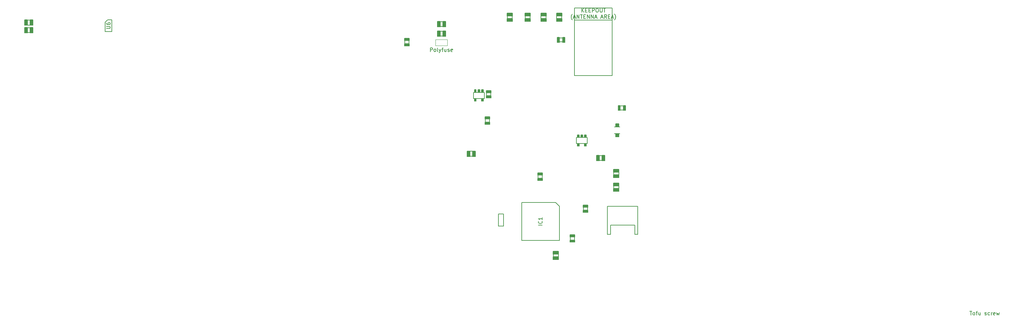
<source format=gbr>
G04 #@! TF.GenerationSoftware,KiCad,Pcbnew,(6.0.0-rc1-dev-1469-g932b9a334)*
G04 #@! TF.CreationDate,2019-08-07T07:36:26-07:00
G04 #@! TF.ProjectId,Laptreus-v2,4c617074-7265-4757-932d-76322e6b6963,rev?*
G04 #@! TF.SameCoordinates,Original*
G04 #@! TF.FileFunction,Other,Fab,Top*
%FSLAX46Y46*%
G04 Gerber Fmt 4.6, Leading zero omitted, Abs format (unit mm)*
G04 Created by KiCad (PCBNEW (6.0.0-rc1-dev-1469-g932b9a334)) date Wednesday, August 07, 2019 at 07:36:26 AM*
%MOMM*%
%LPD*%
G04 APERTURE LIST*
%ADD10C,0.150000*%
%ADD11C,0.100000*%
G04 APERTURE END LIST*
D10*
G04 #@! TO.C,X2*
X250761771Y-124244689D02*
X258761771Y-124244689D01*
X258761771Y-124244689D02*
X258761771Y-131744689D01*
X250761771Y-131744689D02*
X250761771Y-124244689D01*
X257961771Y-129244689D02*
X251561771Y-129244689D01*
X251561771Y-129244689D02*
X251561771Y-131744689D01*
X251561771Y-131744689D02*
X250761771Y-131744689D01*
X258761771Y-131744689D02*
X257961771Y-131744689D01*
X257961771Y-131744689D02*
X257961771Y-129244689D01*
D11*
G04 #@! TO.C,F1*
X208336772Y-80019689D02*
X208336772Y-81619689D01*
X205136772Y-80019689D02*
X208336772Y-80019689D01*
X205136772Y-81619689D02*
X205136772Y-80019689D01*
X208336772Y-81619689D02*
X205136772Y-81619689D01*
D10*
G04 #@! TO.C,IC1*
X237011773Y-123298168D02*
X238011773Y-124298168D01*
X228011773Y-123298168D02*
X237011773Y-123298168D01*
X228011773Y-133298168D02*
X228011773Y-123298168D01*
X238011773Y-133298168D02*
X228011773Y-133298168D01*
X238011773Y-124298168D02*
X238011773Y-133298168D01*
G04 #@! TO.C,R13*
X230268295Y-73666334D02*
X230268295Y-74428334D01*
X228948295Y-73691334D02*
X228948295Y-74428334D01*
G36*
X228884395Y-72955134D02*
G01*
X228884395Y-73705234D01*
X230334495Y-73705234D01*
X230334495Y-72955134D01*
X228884395Y-72955134D01*
G37*
X228884395Y-72955134D02*
X228884395Y-73705234D01*
X230334495Y-73705234D01*
X230334495Y-72955134D01*
X228884395Y-72955134D01*
G36*
X228884395Y-74402934D02*
G01*
X228884395Y-75153034D01*
X230334495Y-75153034D01*
X230334495Y-74402934D01*
X228884395Y-74402934D01*
G37*
X228884395Y-74402934D02*
X228884395Y-75153034D01*
X230334495Y-75153034D01*
X230334495Y-74402934D01*
X228884395Y-74402934D01*
G04 #@! TO.C,R2*
X215017772Y-110979689D02*
X214255772Y-110979689D01*
X214992772Y-109659689D02*
X214255772Y-109659689D01*
G36*
X215728972Y-109595789D02*
G01*
X214978872Y-109595789D01*
X214978872Y-111045889D01*
X215728972Y-111045889D01*
X215728972Y-109595789D01*
G37*
X215728972Y-109595789D02*
X214978872Y-109595789D01*
X214978872Y-111045889D01*
X215728972Y-111045889D01*
X215728972Y-109595789D01*
G36*
X214281172Y-109595789D02*
G01*
X213531072Y-109595789D01*
X213531072Y-111045889D01*
X214281172Y-111045889D01*
X214281172Y-109595789D01*
G37*
X214281172Y-109595789D02*
X213531072Y-109595789D01*
X213531072Y-111045889D01*
X214281172Y-111045889D01*
X214281172Y-109595789D01*
G04 #@! TO.C,R7*
X237298293Y-74453332D02*
X237298293Y-73691332D01*
X238618293Y-74428332D02*
X238618293Y-73691332D01*
G36*
X238682193Y-75164532D02*
G01*
X238682193Y-74414432D01*
X237232093Y-74414432D01*
X237232093Y-75164532D01*
X238682193Y-75164532D01*
G37*
X238682193Y-75164532D02*
X238682193Y-74414432D01*
X237232093Y-74414432D01*
X237232093Y-75164532D01*
X238682193Y-75164532D01*
G36*
X238682193Y-73716732D02*
G01*
X238682193Y-72966632D01*
X237232093Y-72966632D01*
X237232093Y-73716732D01*
X238682193Y-73716732D01*
G37*
X238682193Y-73716732D02*
X238682193Y-72966632D01*
X237232093Y-72966632D01*
X237232093Y-73716732D01*
X238682193Y-73716732D01*
G04 #@! TO.C,R6*
X233148295Y-74428334D02*
X233148295Y-73666334D01*
X234468295Y-74403334D02*
X234468295Y-73666334D01*
G36*
X234532195Y-75139534D02*
G01*
X234532195Y-74389434D01*
X233082095Y-74389434D01*
X233082095Y-75139534D01*
X234532195Y-75139534D01*
G37*
X234532195Y-75139534D02*
X234532195Y-74389434D01*
X233082095Y-74389434D01*
X233082095Y-75139534D01*
X234532195Y-75139534D01*
G36*
X234532195Y-73691734D02*
G01*
X234532195Y-72941634D01*
X233082095Y-72941634D01*
X233082095Y-73691734D01*
X234532195Y-73691734D01*
G37*
X234532195Y-73691734D02*
X234532195Y-72941634D01*
X233082095Y-72941634D01*
X233082095Y-73691734D01*
X234532195Y-73691734D01*
G04 #@! TO.C,R5*
X253741592Y-118799891D02*
X253741592Y-119561891D01*
X252421592Y-118824891D02*
X252421592Y-119561891D01*
G36*
X252357692Y-118088691D02*
G01*
X252357692Y-118838791D01*
X253807792Y-118838791D01*
X253807792Y-118088691D01*
X252357692Y-118088691D01*
G37*
X252357692Y-118088691D02*
X252357692Y-118838791D01*
X253807792Y-118838791D01*
X253807792Y-118088691D01*
X252357692Y-118088691D01*
G36*
X252357692Y-119536491D02*
G01*
X252357692Y-120286591D01*
X253807792Y-120286591D01*
X253807792Y-119536491D01*
X252357692Y-119536491D01*
G37*
X252357692Y-119536491D02*
X252357692Y-120286591D01*
X253807792Y-120286591D01*
X253807792Y-119536491D01*
X252357692Y-119536491D01*
G04 #@! TO.C,R4*
X253741592Y-115149890D02*
X253741592Y-115911890D01*
X252421592Y-115174890D02*
X252421592Y-115911890D01*
G36*
X252357692Y-114438690D02*
G01*
X252357692Y-115188790D01*
X253807792Y-115188790D01*
X253807792Y-114438690D01*
X252357692Y-114438690D01*
G37*
X252357692Y-114438690D02*
X252357692Y-115188790D01*
X253807792Y-115188790D01*
X253807792Y-114438690D01*
X252357692Y-114438690D01*
G36*
X252357692Y-115886490D02*
G01*
X252357692Y-116636590D01*
X253807792Y-116636590D01*
X253807792Y-115886490D01*
X252357692Y-115886490D01*
G37*
X252357692Y-115886490D02*
X252357692Y-116636590D01*
X253807792Y-116636590D01*
X253807792Y-115886490D01*
X252357692Y-115886490D01*
G04 #@! TO.C,R3*
X248530772Y-110784689D02*
X249292772Y-110784689D01*
X248555772Y-112104689D02*
X249292772Y-112104689D01*
G36*
X247819572Y-112168589D02*
G01*
X248569672Y-112168589D01*
X248569672Y-110718489D01*
X247819572Y-110718489D01*
X247819572Y-112168589D01*
G37*
X247819572Y-112168589D02*
X248569672Y-112168589D01*
X248569672Y-110718489D01*
X247819572Y-110718489D01*
X247819572Y-112168589D01*
G36*
X249267372Y-112168589D02*
G01*
X250017472Y-112168589D01*
X250017472Y-110718489D01*
X249267372Y-110718489D01*
X249267372Y-112168589D01*
G37*
X249267372Y-112168589D02*
X250017472Y-112168589D01*
X250017472Y-110718489D01*
X249267372Y-110718489D01*
X249267372Y-112168589D01*
G04 #@! TO.C,R1*
X224201772Y-74450689D02*
X224201772Y-73688689D01*
X225521772Y-74425689D02*
X225521772Y-73688689D01*
G36*
X225585672Y-75161889D02*
G01*
X225585672Y-74411789D01*
X224135572Y-74411789D01*
X224135572Y-75161889D01*
X225585672Y-75161889D01*
G37*
X225585672Y-75161889D02*
X225585672Y-74411789D01*
X224135572Y-74411789D01*
X224135572Y-75161889D01*
X225585672Y-75161889D01*
G36*
X225585672Y-73714089D02*
G01*
X225585672Y-72963989D01*
X224135572Y-72963989D01*
X224135572Y-73714089D01*
X225585672Y-73714089D01*
G37*
X225585672Y-73714089D02*
X225585672Y-72963989D01*
X224135572Y-72963989D01*
X224135572Y-73714089D01*
X225585672Y-73714089D01*
G04 #@! TO.C,R8*
X207142772Y-76554689D02*
X206380772Y-76554689D01*
X207117772Y-75234689D02*
X206380772Y-75234689D01*
G36*
X207853972Y-75170789D02*
G01*
X207103872Y-75170789D01*
X207103872Y-76620889D01*
X207853972Y-76620889D01*
X207853972Y-75170789D01*
G37*
X207853972Y-75170789D02*
X207103872Y-75170789D01*
X207103872Y-76620889D01*
X207853972Y-76620889D01*
X207853972Y-75170789D01*
G36*
X206406172Y-75170789D02*
G01*
X205656072Y-75170789D01*
X205656072Y-76620889D01*
X206406172Y-76620889D01*
X206406172Y-75170789D01*
G37*
X206406172Y-75170789D02*
X205656072Y-75170789D01*
X205656072Y-76620889D01*
X206406172Y-76620889D01*
X206406172Y-75170789D01*
G04 #@! TO.C,R12*
X97030773Y-74834690D02*
X97792773Y-74834690D01*
X97055773Y-76154690D02*
X97792773Y-76154690D01*
G36*
X96319573Y-76218590D02*
G01*
X97069673Y-76218590D01*
X97069673Y-74768490D01*
X96319573Y-74768490D01*
X96319573Y-76218590D01*
G37*
X96319573Y-76218590D02*
X97069673Y-76218590D01*
X97069673Y-74768490D01*
X96319573Y-74768490D01*
X96319573Y-76218590D01*
G36*
X97767373Y-76218590D02*
G01*
X98517473Y-76218590D01*
X98517473Y-74768490D01*
X97767373Y-74768490D01*
X97767373Y-76218590D01*
G37*
X97767373Y-76218590D02*
X98517473Y-76218590D01*
X98517473Y-74768490D01*
X97767373Y-74768490D01*
X97767373Y-76218590D01*
G04 #@! TO.C,R11*
X97792772Y-78154688D02*
X97030772Y-78154688D01*
X97767772Y-76834688D02*
X97030772Y-76834688D01*
G36*
X98503972Y-76770788D02*
G01*
X97753872Y-76770788D01*
X97753872Y-78220888D01*
X98503972Y-78220888D01*
X98503972Y-76770788D01*
G37*
X98503972Y-76770788D02*
X97753872Y-76770788D01*
X97753872Y-78220888D01*
X98503972Y-78220888D01*
X98503972Y-76770788D01*
G36*
X97056172Y-76770788D02*
G01*
X96306072Y-76770788D01*
X96306072Y-78220888D01*
X97056172Y-78220888D01*
X97056172Y-76770788D01*
G37*
X97056172Y-76770788D02*
X96306072Y-76770788D01*
X96306072Y-78220888D01*
X97056172Y-78220888D01*
X97056172Y-76770788D01*
G04 #@! TO.C,R10*
X236416531Y-137693203D02*
X236416531Y-136931203D01*
X237736531Y-137668203D02*
X237736531Y-136931203D01*
G36*
X237800431Y-138404403D02*
G01*
X237800431Y-137654303D01*
X236350331Y-137654303D01*
X236350331Y-138404403D01*
X237800431Y-138404403D01*
G37*
X237800431Y-138404403D02*
X237800431Y-137654303D01*
X236350331Y-137654303D01*
X236350331Y-138404403D01*
X237800431Y-138404403D01*
G36*
X237800431Y-136956603D02*
G01*
X237800431Y-136206503D01*
X236350331Y-136206503D01*
X236350331Y-136956603D01*
X237800431Y-136956603D01*
G37*
X237800431Y-136956603D02*
X237800431Y-136206503D01*
X236350331Y-136206503D01*
X236350331Y-136956603D01*
X237800431Y-136956603D01*
G04 #@! TO.C,R9*
X206380772Y-77759689D02*
X207142772Y-77759689D01*
X206405772Y-79079689D02*
X207142772Y-79079689D01*
G36*
X205669572Y-79143589D02*
G01*
X206419672Y-79143589D01*
X206419672Y-77693489D01*
X205669572Y-77693489D01*
X205669572Y-79143589D01*
G37*
X205669572Y-79143589D02*
X206419672Y-79143589D01*
X206419672Y-77693489D01*
X205669572Y-77693489D01*
X205669572Y-79143589D01*
G36*
X207117372Y-79143589D02*
G01*
X207867472Y-79143589D01*
X207867472Y-77693489D01*
X207117372Y-77693489D01*
X207117372Y-79143589D01*
G37*
X207117372Y-79143589D02*
X207867472Y-79143589D01*
X207867472Y-77693489D01*
X207117372Y-77693489D01*
X207117372Y-79143589D01*
G04 #@! TO.C,C1*
X219796772Y-94009689D02*
X219796772Y-95029689D01*
X218726772Y-94009689D02*
X218726772Y-95029689D01*
G36*
X218611772Y-94926089D02*
G01*
X218611772Y-95519689D01*
X219911772Y-95519689D01*
X219911772Y-94926089D01*
X218611772Y-94926089D01*
G37*
X218611772Y-94926089D02*
X218611772Y-95519689D01*
X219911772Y-95519689D01*
X219911772Y-94926089D01*
X218611772Y-94926089D01*
G36*
X218611772Y-93519689D02*
G01*
X218611772Y-94102889D01*
X219911772Y-94102889D01*
X219911772Y-93519689D01*
X218611772Y-93519689D01*
G37*
X218611772Y-93519689D02*
X218611772Y-94102889D01*
X219911772Y-94102889D01*
X219911772Y-93519689D01*
X218611772Y-93519689D01*
G04 #@! TO.C,C3*
X219471772Y-100984689D02*
X219471772Y-102004689D01*
X218401772Y-100984689D02*
X218401772Y-102004689D01*
G36*
X218286772Y-101901089D02*
G01*
X218286772Y-102494689D01*
X219586772Y-102494689D01*
X219586772Y-101901089D01*
X218286772Y-101901089D01*
G37*
X218286772Y-101901089D02*
X218286772Y-102494689D01*
X219586772Y-102494689D01*
X219586772Y-101901089D01*
X218286772Y-101901089D01*
G36*
X218286772Y-100494689D02*
G01*
X218286772Y-101077889D01*
X219586772Y-101077889D01*
X219586772Y-100494689D01*
X218286772Y-100494689D01*
G37*
X218286772Y-100494689D02*
X218286772Y-101077889D01*
X219586772Y-101077889D01*
X219586772Y-100494689D01*
X218286772Y-100494689D01*
G04 #@! TO.C,C4*
X240901772Y-133304689D02*
X240901772Y-132284689D01*
X241971772Y-133304689D02*
X241971772Y-132284689D01*
G36*
X242086772Y-132388289D02*
G01*
X242086772Y-131794689D01*
X240786772Y-131794689D01*
X240786772Y-132388289D01*
X242086772Y-132388289D01*
G37*
X242086772Y-132388289D02*
X242086772Y-131794689D01*
X240786772Y-131794689D01*
X240786772Y-132388289D01*
X242086772Y-132388289D01*
G36*
X242086772Y-133794689D02*
G01*
X242086772Y-133211489D01*
X240786772Y-133211489D01*
X240786772Y-133794689D01*
X242086772Y-133794689D01*
G37*
X242086772Y-133794689D02*
X242086772Y-133211489D01*
X240786772Y-133211489D01*
X240786772Y-133794689D01*
X242086772Y-133794689D01*
G04 #@! TO.C,C20*
X197076772Y-81179689D02*
X197076772Y-80159689D01*
X198146772Y-81179689D02*
X198146772Y-80159689D01*
G36*
X198261772Y-80263289D02*
G01*
X198261772Y-79669689D01*
X196961772Y-79669689D01*
X196961772Y-80263289D01*
X198261772Y-80263289D01*
G37*
X198261772Y-80263289D02*
X198261772Y-79669689D01*
X196961772Y-79669689D01*
X196961772Y-80263289D01*
X198261772Y-80263289D01*
G36*
X198261772Y-81669689D02*
G01*
X198261772Y-81086489D01*
X196961772Y-81086489D01*
X196961772Y-81669689D01*
X198261772Y-81669689D01*
G37*
X198261772Y-81669689D02*
X198261772Y-81086489D01*
X196961772Y-81086489D01*
X196961772Y-81669689D01*
X198261772Y-81669689D01*
G04 #@! TO.C,C6*
X244401772Y-125413689D02*
X244401772Y-124393689D01*
X245471772Y-125413689D02*
X245471772Y-124393689D01*
G36*
X245586772Y-124497289D02*
G01*
X245586772Y-123903689D01*
X244286772Y-123903689D01*
X244286772Y-124497289D01*
X245586772Y-124497289D01*
G37*
X245586772Y-124497289D02*
X245586772Y-123903689D01*
X244286772Y-123903689D01*
X244286772Y-124497289D01*
X245586772Y-124497289D01*
G36*
X245586772Y-125903689D02*
G01*
X245586772Y-125320489D01*
X244286772Y-125320489D01*
X244286772Y-125903689D01*
X245586772Y-125903689D01*
G37*
X245586772Y-125903689D02*
X245586772Y-125320489D01*
X244286772Y-125320489D01*
X244286772Y-125903689D01*
X245586772Y-125903689D01*
G04 #@! TO.C,C5*
X254051772Y-97609689D02*
X255071772Y-97609689D01*
X254051772Y-98679689D02*
X255071772Y-98679689D01*
G36*
X254968172Y-98794689D02*
G01*
X255561772Y-98794689D01*
X255561772Y-97494689D01*
X254968172Y-97494689D01*
X254968172Y-98794689D01*
G37*
X254968172Y-98794689D02*
X255561772Y-98794689D01*
X255561772Y-97494689D01*
X254968172Y-97494689D01*
X254968172Y-98794689D01*
G36*
X253561772Y-98794689D02*
G01*
X254144972Y-98794689D01*
X254144972Y-97494689D01*
X253561772Y-97494689D01*
X253561772Y-98794689D01*
G37*
X253561772Y-98794689D02*
X254144972Y-98794689D01*
X254144972Y-97494689D01*
X253561772Y-97494689D01*
X253561772Y-98794689D01*
G04 #@! TO.C,C2*
X237926772Y-79534689D02*
X238946772Y-79534689D01*
X237926772Y-80604689D02*
X238946772Y-80604689D01*
G36*
X238843172Y-80719689D02*
G01*
X239436772Y-80719689D01*
X239436772Y-79419689D01*
X238843172Y-79419689D01*
X238843172Y-80719689D01*
G37*
X238843172Y-80719689D02*
X239436772Y-80719689D01*
X239436772Y-79419689D01*
X238843172Y-79419689D01*
X238843172Y-80719689D01*
G36*
X237436772Y-80719689D02*
G01*
X238019972Y-80719689D01*
X238019972Y-79419689D01*
X237436772Y-79419689D01*
X237436772Y-80719689D01*
G37*
X237436772Y-80719689D02*
X238019972Y-80719689D01*
X238019972Y-79419689D01*
X237436772Y-79419689D01*
X237436772Y-80719689D01*
G04 #@! TO.C,C7*
X232376772Y-116904688D02*
X232376772Y-115884688D01*
X233446772Y-116904688D02*
X233446772Y-115884688D01*
G36*
X233561772Y-115988288D02*
G01*
X233561772Y-115394688D01*
X232261772Y-115394688D01*
X232261772Y-115988288D01*
X233561772Y-115988288D01*
G37*
X233561772Y-115988288D02*
X233561772Y-115394688D01*
X232261772Y-115394688D01*
X232261772Y-115988288D01*
X233561772Y-115988288D01*
G36*
X233561772Y-117394688D02*
G01*
X233561772Y-116811488D01*
X232261772Y-116811488D01*
X232261772Y-117394688D01*
X233561772Y-117394688D01*
G37*
X233561772Y-117394688D02*
X233561772Y-116811488D01*
X232261772Y-116811488D01*
X232261772Y-117394688D01*
X233561772Y-117394688D01*
G04 #@! TO.C,Y1*
X223161772Y-129519689D02*
X221861772Y-129519689D01*
X223161772Y-126319689D02*
X223161772Y-129519689D01*
X221861772Y-126319689D02*
X223161772Y-126319689D01*
X221861772Y-129519689D02*
X221861772Y-126319689D01*
G04 #@! TO.C,U1*
G36*
X245136772Y-107644689D02*
G01*
X244636772Y-107644689D01*
X244636772Y-108294689D01*
X245136772Y-108294689D01*
X245136772Y-107644689D01*
G37*
X245136772Y-107644689D02*
X244636772Y-107644689D01*
X244636772Y-108294689D01*
X245136772Y-108294689D01*
X245136772Y-107644689D01*
G36*
X243236772Y-107644689D02*
G01*
X242736772Y-107644689D01*
X242736772Y-108294689D01*
X243236772Y-108294689D01*
X243236772Y-107644689D01*
G37*
X243236772Y-107644689D02*
X242736772Y-107644689D01*
X242736772Y-108294689D01*
X243236772Y-108294689D01*
X243236772Y-107644689D01*
G36*
X243236772Y-105294689D02*
G01*
X242736772Y-105294689D01*
X242736772Y-105944689D01*
X243236772Y-105944689D01*
X243236772Y-105294689D01*
G37*
X243236772Y-105294689D02*
X242736772Y-105294689D01*
X242736772Y-105944689D01*
X243236772Y-105944689D01*
X243236772Y-105294689D01*
G36*
X244186772Y-105294689D02*
G01*
X243686772Y-105294689D01*
X243686772Y-105944689D01*
X244186772Y-105944689D01*
X244186772Y-105294689D01*
G37*
X244186772Y-105294689D02*
X243686772Y-105294689D01*
X243686772Y-105944689D01*
X244186772Y-105944689D01*
X244186772Y-105294689D01*
G36*
X245136772Y-105294689D02*
G01*
X244636772Y-105294689D01*
X244636772Y-105944689D01*
X245136772Y-105944689D01*
X245136772Y-105294689D01*
G37*
X245136772Y-105294689D02*
X244636772Y-105294689D01*
X244636772Y-105944689D01*
X245136772Y-105944689D01*
X245136772Y-105294689D01*
X245359172Y-107605089D02*
X242514372Y-107605089D01*
X245359172Y-105984289D02*
X245359172Y-107605089D01*
X242514372Y-105984289D02*
X245359172Y-105984289D01*
X242514372Y-107605089D02*
X242514372Y-105984289D01*
G04 #@! TO.C,U2*
G36*
X217861772Y-95669689D02*
G01*
X217361772Y-95669689D01*
X217361772Y-96319689D01*
X217861772Y-96319689D01*
X217861772Y-95669689D01*
G37*
X217861772Y-95669689D02*
X217361772Y-95669689D01*
X217361772Y-96319689D01*
X217861772Y-96319689D01*
X217861772Y-95669689D01*
G36*
X215961772Y-95669689D02*
G01*
X215461772Y-95669689D01*
X215461772Y-96319689D01*
X215961772Y-96319689D01*
X215961772Y-95669689D01*
G37*
X215961772Y-95669689D02*
X215461772Y-95669689D01*
X215461772Y-96319689D01*
X215961772Y-96319689D01*
X215961772Y-95669689D01*
G36*
X215961772Y-93319689D02*
G01*
X215461772Y-93319689D01*
X215461772Y-93969689D01*
X215961772Y-93969689D01*
X215961772Y-93319689D01*
G37*
X215961772Y-93319689D02*
X215461772Y-93319689D01*
X215461772Y-93969689D01*
X215961772Y-93969689D01*
X215961772Y-93319689D01*
G36*
X216911772Y-93319689D02*
G01*
X216411772Y-93319689D01*
X216411772Y-93969689D01*
X216911772Y-93969689D01*
X216911772Y-93319689D01*
G37*
X216911772Y-93319689D02*
X216411772Y-93319689D01*
X216411772Y-93969689D01*
X216911772Y-93969689D01*
X216911772Y-93319689D01*
G36*
X217861772Y-93319689D02*
G01*
X217361772Y-93319689D01*
X217361772Y-93969689D01*
X217861772Y-93969689D01*
X217861772Y-93319689D01*
G37*
X217861772Y-93319689D02*
X217361772Y-93319689D01*
X217361772Y-93969689D01*
X217861772Y-93969689D01*
X217861772Y-93319689D01*
X218084172Y-95630089D02*
X215239372Y-95630089D01*
X218084172Y-94009289D02*
X218084172Y-95630089D01*
X215239372Y-94009289D02*
X218084172Y-94009289D01*
X215239372Y-95630089D02*
X215239372Y-94009289D01*
G04 #@! TO.C,U6*
X119411773Y-74745891D02*
X119411773Y-77845891D01*
X119411773Y-77845891D02*
X117611773Y-77845891D01*
X117611773Y-75395891D02*
X117611773Y-77845891D01*
X119411773Y-74745891D02*
X118261773Y-74745891D01*
X117611773Y-75395891D02*
X118261773Y-74745891D01*
G04 #@! TO.C,U3*
X242011772Y-74844689D02*
X252011772Y-74844689D01*
X242011772Y-74844689D02*
X242011772Y-71594689D01*
X242011772Y-89594689D02*
X242011772Y-74844689D01*
X252011772Y-89594689D02*
X242011772Y-89594689D01*
X252011772Y-74844689D02*
X252011772Y-89594689D01*
X252011772Y-71594689D02*
X252011772Y-74844689D01*
X242011772Y-71594689D02*
X252011772Y-71594689D01*
G04 #@! TO.C,D49*
G36*
X253736772Y-103096689D02*
G01*
X253736772Y-102346689D01*
X252886772Y-102346689D01*
X252886772Y-103096689D01*
X253736772Y-103096689D01*
G37*
X253736772Y-103096689D02*
X253736772Y-102346689D01*
X252886772Y-102346689D01*
X252886772Y-103096689D01*
X253736772Y-103096689D01*
G36*
X253736772Y-105792689D02*
G01*
X253736772Y-105042689D01*
X252886772Y-105042689D01*
X252886772Y-105792689D01*
X253736772Y-105792689D01*
G37*
X253736772Y-105792689D02*
X253736772Y-105042689D01*
X252886772Y-105042689D01*
X252886772Y-105792689D01*
X253736772Y-105792689D01*
X253986772Y-104942689D02*
X252586772Y-104942689D01*
X252586772Y-103196689D02*
X253986772Y-103196689D01*
G04 #@! TD*
G04 #@! TO.C,F1*
X203808200Y-83172069D02*
X203808200Y-82172069D01*
X204189152Y-82172069D01*
X204284391Y-82219689D01*
X204332010Y-82267308D01*
X204379629Y-82362546D01*
X204379629Y-82505403D01*
X204332010Y-82600641D01*
X204284391Y-82648260D01*
X204189152Y-82695879D01*
X203808200Y-82695879D01*
X204951057Y-83172069D02*
X204855819Y-83124450D01*
X204808200Y-83076831D01*
X204760581Y-82981593D01*
X204760581Y-82695879D01*
X204808200Y-82600641D01*
X204855819Y-82553022D01*
X204951057Y-82505403D01*
X205093914Y-82505403D01*
X205189152Y-82553022D01*
X205236772Y-82600641D01*
X205284391Y-82695879D01*
X205284391Y-82981593D01*
X205236772Y-83076831D01*
X205189152Y-83124450D01*
X205093914Y-83172069D01*
X204951057Y-83172069D01*
X205855819Y-83172069D02*
X205760581Y-83124450D01*
X205712962Y-83029212D01*
X205712962Y-82172069D01*
X206141533Y-82505403D02*
X206379629Y-83172069D01*
X206617724Y-82505403D02*
X206379629Y-83172069D01*
X206284391Y-83410165D01*
X206236772Y-83457784D01*
X206141533Y-83505403D01*
X206855819Y-82505403D02*
X207236772Y-82505403D01*
X206998676Y-83172069D02*
X206998676Y-82314927D01*
X207046295Y-82219689D01*
X207141533Y-82172069D01*
X207236772Y-82172069D01*
X207998676Y-82505403D02*
X207998676Y-83172069D01*
X207570105Y-82505403D02*
X207570105Y-83029212D01*
X207617724Y-83124450D01*
X207712962Y-83172069D01*
X207855819Y-83172069D01*
X207951057Y-83124450D01*
X207998676Y-83076831D01*
X208427248Y-83124450D02*
X208522486Y-83172069D01*
X208712962Y-83172069D01*
X208808200Y-83124450D01*
X208855819Y-83029212D01*
X208855819Y-82981593D01*
X208808200Y-82886355D01*
X208712962Y-82838736D01*
X208570105Y-82838736D01*
X208474867Y-82791117D01*
X208427248Y-82695879D01*
X208427248Y-82648260D01*
X208474867Y-82553022D01*
X208570105Y-82505403D01*
X208712962Y-82505403D01*
X208808200Y-82553022D01*
X209665343Y-83124450D02*
X209570105Y-83172069D01*
X209379629Y-83172069D01*
X209284391Y-83124450D01*
X209236772Y-83029212D01*
X209236772Y-82648260D01*
X209284391Y-82553022D01*
X209379629Y-82505403D01*
X209570105Y-82505403D01*
X209665343Y-82553022D01*
X209712962Y-82648260D01*
X209712962Y-82743498D01*
X209236772Y-82838736D01*
G04 #@! TO.C,IC1*
X233464153Y-129274358D02*
X232464153Y-129274358D01*
X233368915Y-128226739D02*
X233416534Y-128274358D01*
X233464153Y-128417215D01*
X233464153Y-128512453D01*
X233416534Y-128655310D01*
X233321296Y-128750548D01*
X233226058Y-128798168D01*
X233035582Y-128845787D01*
X232892725Y-128845787D01*
X232702249Y-128798168D01*
X232607011Y-128750548D01*
X232511773Y-128655310D01*
X232464153Y-128512453D01*
X232464153Y-128417215D01*
X232511773Y-128274358D01*
X232559392Y-128226739D01*
X233464153Y-127274358D02*
X233464153Y-127845787D01*
X233464153Y-127560072D02*
X232464153Y-127560072D01*
X232607011Y-127655310D01*
X232702249Y-127750548D01*
X232749868Y-127845787D01*
G04 #@! TO.C,U6*
X117964153Y-77057795D02*
X118773677Y-77057795D01*
X118868915Y-77010176D01*
X118916534Y-76962557D01*
X118964153Y-76867319D01*
X118964153Y-76676843D01*
X118916534Y-76581605D01*
X118868915Y-76533986D01*
X118773677Y-76486367D01*
X117964153Y-76486367D01*
X117964153Y-75581605D02*
X117964153Y-75772081D01*
X118011773Y-75867319D01*
X118059392Y-75914938D01*
X118202249Y-76010176D01*
X118392725Y-76057795D01*
X118773677Y-76057795D01*
X118868915Y-76010176D01*
X118916534Y-75962557D01*
X118964153Y-75867319D01*
X118964153Y-75676843D01*
X118916534Y-75581605D01*
X118868915Y-75533986D01*
X118773677Y-75486367D01*
X118535582Y-75486367D01*
X118440344Y-75533986D01*
X118392725Y-75581605D01*
X118345106Y-75676843D01*
X118345106Y-75867319D01*
X118392725Y-75962557D01*
X118440344Y-76010176D01*
X118535582Y-76057795D01*
G04 #@! TO.C,S9*
X346746962Y-152147068D02*
X347318390Y-152147068D01*
X347032676Y-153147068D02*
X347032676Y-152147068D01*
X347794581Y-153147068D02*
X347699343Y-153099449D01*
X347651723Y-153051830D01*
X347604104Y-152956592D01*
X347604104Y-152670878D01*
X347651723Y-152575640D01*
X347699343Y-152528021D01*
X347794581Y-152480402D01*
X347937438Y-152480402D01*
X348032676Y-152528021D01*
X348080295Y-152575640D01*
X348127914Y-152670878D01*
X348127914Y-152956592D01*
X348080295Y-153051830D01*
X348032676Y-153099449D01*
X347937438Y-153147068D01*
X347794581Y-153147068D01*
X348413628Y-152480402D02*
X348794581Y-152480402D01*
X348556485Y-153147068D02*
X348556485Y-152289926D01*
X348604104Y-152194688D01*
X348699343Y-152147068D01*
X348794581Y-152147068D01*
X349556485Y-152480402D02*
X349556485Y-153147068D01*
X349127914Y-152480402D02*
X349127914Y-153004211D01*
X349175533Y-153099449D01*
X349270771Y-153147068D01*
X349413628Y-153147068D01*
X349508866Y-153099449D01*
X349556485Y-153051830D01*
X350746962Y-153099449D02*
X350842200Y-153147068D01*
X351032676Y-153147068D01*
X351127914Y-153099449D01*
X351175533Y-153004211D01*
X351175533Y-152956592D01*
X351127914Y-152861354D01*
X351032676Y-152813735D01*
X350889819Y-152813735D01*
X350794581Y-152766116D01*
X350746962Y-152670878D01*
X350746962Y-152623259D01*
X350794581Y-152528021D01*
X350889819Y-152480402D01*
X351032676Y-152480402D01*
X351127914Y-152528021D01*
X352032676Y-153099449D02*
X351937438Y-153147068D01*
X351746962Y-153147068D01*
X351651723Y-153099449D01*
X351604104Y-153051830D01*
X351556485Y-152956592D01*
X351556485Y-152670878D01*
X351604104Y-152575640D01*
X351651723Y-152528021D01*
X351746962Y-152480402D01*
X351937438Y-152480402D01*
X352032676Y-152528021D01*
X352461247Y-153147068D02*
X352461247Y-152480402D01*
X352461247Y-152670878D02*
X352508866Y-152575640D01*
X352556485Y-152528021D01*
X352651723Y-152480402D01*
X352746962Y-152480402D01*
X353461247Y-153099449D02*
X353366009Y-153147068D01*
X353175533Y-153147068D01*
X353080295Y-153099449D01*
X353032676Y-153004211D01*
X353032676Y-152623259D01*
X353080295Y-152528021D01*
X353175533Y-152480402D01*
X353366009Y-152480402D01*
X353461247Y-152528021D01*
X353508866Y-152623259D01*
X353508866Y-152718497D01*
X353032676Y-152813735D01*
X353842200Y-152480402D02*
X354032676Y-153147068D01*
X354223152Y-152670878D01*
X354413628Y-153147068D01*
X354604104Y-152480402D01*
G04 #@! TO.C,U3*
X243916533Y-72734069D02*
X243916533Y-71734069D01*
X244487962Y-72734069D02*
X244059391Y-72162641D01*
X244487962Y-71734069D02*
X243916533Y-72305498D01*
X244916533Y-72210260D02*
X245249867Y-72210260D01*
X245392724Y-72734069D02*
X244916533Y-72734069D01*
X244916533Y-71734069D01*
X245392724Y-71734069D01*
X245821295Y-72210260D02*
X246154629Y-72210260D01*
X246297486Y-72734069D02*
X245821295Y-72734069D01*
X245821295Y-71734069D01*
X246297486Y-71734069D01*
X246726057Y-72734069D02*
X246726057Y-71734069D01*
X247107010Y-71734069D01*
X247202248Y-71781689D01*
X247249867Y-71829308D01*
X247297486Y-71924546D01*
X247297486Y-72067403D01*
X247249867Y-72162641D01*
X247202248Y-72210260D01*
X247107010Y-72257879D01*
X246726057Y-72257879D01*
X247916533Y-71734069D02*
X248107010Y-71734069D01*
X248202248Y-71781689D01*
X248297486Y-71876927D01*
X248345105Y-72067403D01*
X248345105Y-72400736D01*
X248297486Y-72591212D01*
X248202248Y-72686450D01*
X248107010Y-72734069D01*
X247916533Y-72734069D01*
X247821295Y-72686450D01*
X247726057Y-72591212D01*
X247678438Y-72400736D01*
X247678438Y-72067403D01*
X247726057Y-71876927D01*
X247821295Y-71781689D01*
X247916533Y-71734069D01*
X248773676Y-71734069D02*
X248773676Y-72543593D01*
X248821295Y-72638831D01*
X248868914Y-72686450D01*
X248964152Y-72734069D01*
X249154629Y-72734069D01*
X249249867Y-72686450D01*
X249297486Y-72638831D01*
X249345105Y-72543593D01*
X249345105Y-71734069D01*
X249678438Y-71734069D02*
X250249867Y-71734069D01*
X249964152Y-72734069D02*
X249964152Y-71734069D01*
X241416533Y-74765022D02*
X241368914Y-74717403D01*
X241273676Y-74574546D01*
X241226057Y-74479308D01*
X241178438Y-74336450D01*
X241130819Y-74098355D01*
X241130819Y-73907879D01*
X241178438Y-73669784D01*
X241226057Y-73526927D01*
X241273676Y-73431689D01*
X241368914Y-73288831D01*
X241416533Y-73241212D01*
X241749867Y-74098355D02*
X242226057Y-74098355D01*
X241654629Y-74384069D02*
X241987962Y-73384069D01*
X242321295Y-74384069D01*
X242654629Y-74384069D02*
X242654629Y-73384069D01*
X243226057Y-74384069D01*
X243226057Y-73384069D01*
X243559391Y-73384069D02*
X244130819Y-73384069D01*
X243845105Y-74384069D02*
X243845105Y-73384069D01*
X244464152Y-73860260D02*
X244797486Y-73860260D01*
X244940343Y-74384069D02*
X244464152Y-74384069D01*
X244464152Y-73384069D01*
X244940343Y-73384069D01*
X245368914Y-74384069D02*
X245368914Y-73384069D01*
X245940343Y-74384069D01*
X245940343Y-73384069D01*
X246416533Y-74384069D02*
X246416533Y-73384069D01*
X246987962Y-74384069D01*
X246987962Y-73384069D01*
X247416533Y-74098355D02*
X247892724Y-74098355D01*
X247321295Y-74384069D02*
X247654629Y-73384069D01*
X247987962Y-74384069D01*
X249035581Y-74098355D02*
X249511772Y-74098355D01*
X248940343Y-74384069D02*
X249273676Y-73384069D01*
X249607010Y-74384069D01*
X250511772Y-74384069D02*
X250178438Y-73907879D01*
X249940343Y-74384069D02*
X249940343Y-73384069D01*
X250321295Y-73384069D01*
X250416533Y-73431689D01*
X250464152Y-73479308D01*
X250511772Y-73574546D01*
X250511772Y-73717403D01*
X250464152Y-73812641D01*
X250416533Y-73860260D01*
X250321295Y-73907879D01*
X249940343Y-73907879D01*
X250940343Y-73860260D02*
X251273676Y-73860260D01*
X251416533Y-74384069D02*
X250940343Y-74384069D01*
X250940343Y-73384069D01*
X251416533Y-73384069D01*
X251797486Y-74098355D02*
X252273676Y-74098355D01*
X251702248Y-74384069D02*
X252035581Y-73384069D01*
X252368914Y-74384069D01*
X252607010Y-74765022D02*
X252654629Y-74717403D01*
X252749867Y-74574546D01*
X252797486Y-74479308D01*
X252845105Y-74336450D01*
X252892724Y-74098355D01*
X252892724Y-73907879D01*
X252845105Y-73669784D01*
X252797486Y-73526927D01*
X252749867Y-73431689D01*
X252654629Y-73288831D01*
X252607010Y-73241212D01*
G04 #@! TD*
M02*

</source>
